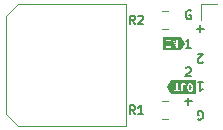
<source format=gbr>
%TF.GenerationSoftware,KiCad,Pcbnew,(6.0.0-0)*%
%TF.CreationDate,2022-09-07T11:01:35-07:00*%
%TF.ProjectId,Connector board,436f6e6e-6563-4746-9f72-20626f617264,rev?*%
%TF.SameCoordinates,Original*%
%TF.FileFunction,Legend,Top*%
%TF.FilePolarity,Positive*%
%FSLAX46Y46*%
G04 Gerber Fmt 4.6, Leading zero omitted, Abs format (unit mm)*
G04 Created by KiCad (PCBNEW (6.0.0-0)) date 2022-09-07 11:01:35*
%MOMM*%
%LPD*%
G01*
G04 APERTURE LIST*
%ADD10C,0.150000*%
%ADD11C,0.120000*%
G04 APERTURE END LIST*
D10*
X149603571Y-69397500D02*
X149675000Y-69433214D01*
X149782142Y-69433214D01*
X149889285Y-69397500D01*
X149960714Y-69326071D01*
X149996428Y-69254642D01*
X150032142Y-69111785D01*
X150032142Y-69004642D01*
X149996428Y-68861785D01*
X149960714Y-68790357D01*
X149889285Y-68718928D01*
X149782142Y-68683214D01*
X149710714Y-68683214D01*
X149603571Y-68718928D01*
X149567857Y-68754642D01*
X149567857Y-69004642D01*
X149710714Y-69004642D01*
X149585714Y-66268214D02*
X150014285Y-66268214D01*
X149800000Y-66268214D02*
X149800000Y-67018214D01*
X149871428Y-66911071D01*
X149942857Y-66839642D01*
X150014285Y-66803928D01*
X150014285Y-64531785D02*
X149978571Y-64567500D01*
X149907142Y-64603214D01*
X149728571Y-64603214D01*
X149657142Y-64567500D01*
X149621428Y-64531785D01*
X149585714Y-64460357D01*
X149585714Y-64388928D01*
X149621428Y-64281785D01*
X150050000Y-63853214D01*
X149585714Y-63853214D01*
X150085714Y-61723928D02*
X149514285Y-61723928D01*
X149800000Y-61438214D02*
X149800000Y-62009642D01*
X148996428Y-60202500D02*
X148925000Y-60166785D01*
X148817857Y-60166785D01*
X148710714Y-60202500D01*
X148639285Y-60273928D01*
X148603571Y-60345357D01*
X148567857Y-60488214D01*
X148567857Y-60595357D01*
X148603571Y-60738214D01*
X148639285Y-60809642D01*
X148710714Y-60881071D01*
X148817857Y-60916785D01*
X148889285Y-60916785D01*
X148996428Y-60881071D01*
X149032142Y-60845357D01*
X149032142Y-60595357D01*
X148889285Y-60595357D01*
X149014285Y-63331785D02*
X148585714Y-63331785D01*
X148800000Y-63331785D02*
X148800000Y-62581785D01*
X148728571Y-62688928D01*
X148657142Y-62760357D01*
X148585714Y-62796071D01*
X148585714Y-65068214D02*
X148621428Y-65032500D01*
X148692857Y-64996785D01*
X148871428Y-64996785D01*
X148942857Y-65032500D01*
X148978571Y-65068214D01*
X149014285Y-65139642D01*
X149014285Y-65211071D01*
X148978571Y-65318214D01*
X148550000Y-65746785D01*
X149014285Y-65746785D01*
X148514285Y-67876071D02*
X149085714Y-67876071D01*
X148800000Y-68161785D02*
X148800000Y-67590357D01*
%TO.C,R2*%
X144283333Y-61316666D02*
X144050000Y-60983333D01*
X143883333Y-61316666D02*
X143883333Y-60616666D01*
X144150000Y-60616666D01*
X144216666Y-60650000D01*
X144250000Y-60683333D01*
X144283333Y-60750000D01*
X144283333Y-60850000D01*
X144250000Y-60916666D01*
X144216666Y-60950000D01*
X144150000Y-60983333D01*
X143883333Y-60983333D01*
X144550000Y-60683333D02*
X144583333Y-60650000D01*
X144650000Y-60616666D01*
X144816666Y-60616666D01*
X144883333Y-60650000D01*
X144916666Y-60683333D01*
X144950000Y-60750000D01*
X144950000Y-60816666D01*
X144916666Y-60916666D01*
X144516666Y-61316666D01*
X144950000Y-61316666D01*
%TO.C,R1*%
X144283333Y-68916666D02*
X144050000Y-68583333D01*
X143883333Y-68916666D02*
X143883333Y-68216666D01*
X144150000Y-68216666D01*
X144216666Y-68250000D01*
X144250000Y-68283333D01*
X144283333Y-68350000D01*
X144283333Y-68450000D01*
X144250000Y-68516666D01*
X144216666Y-68550000D01*
X144150000Y-68583333D01*
X143883333Y-68583333D01*
X144950000Y-68916666D02*
X144550000Y-68916666D01*
X144750000Y-68916666D02*
X144750000Y-68216666D01*
X144683333Y-68316666D01*
X144616666Y-68383333D01*
X144550000Y-68416666D01*
%TO.C,kibuzzard-6318DBA2*%
G36*
X149432870Y-67290444D02*
G01*
X147360759Y-67290444D01*
X147196047Y-67043376D01*
X147592270Y-67043376D01*
X148092332Y-67043376D01*
X148163452Y-67043376D01*
X148300136Y-67043376D01*
X148300136Y-66614434D01*
X148304581Y-66541647D01*
X148320138Y-66493863D01*
X148350142Y-66467749D01*
X148397926Y-66459970D01*
X148445710Y-66467749D01*
X148475158Y-66493308D01*
X148490160Y-66540536D01*
X148494605Y-66613323D01*
X148494605Y-67043376D01*
X148632400Y-67043376D01*
X148632400Y-66700000D01*
X148705742Y-66700000D01*
X148709701Y-66783448D01*
X148721578Y-66855992D01*
X148741372Y-66917631D01*
X148769083Y-66968367D01*
X148817732Y-67018682D01*
X148879221Y-67048871D01*
X148953551Y-67058934D01*
X149025659Y-67048871D01*
X149086407Y-67018682D01*
X149135796Y-66968367D01*
X149164480Y-66917631D01*
X149184969Y-66855992D01*
X149197262Y-66783448D01*
X149201360Y-66700000D01*
X149197366Y-66616552D01*
X149185386Y-66544008D01*
X149165418Y-66482369D01*
X149137463Y-66431633D01*
X149088506Y-66381318D01*
X149026832Y-66351129D01*
X148952440Y-66341066D01*
X148879838Y-66351129D01*
X148819090Y-66381318D01*
X148770195Y-66431633D01*
X148741997Y-66482369D01*
X148721855Y-66544008D01*
X148709771Y-66616552D01*
X148705742Y-66700000D01*
X148632400Y-66700000D01*
X148632400Y-66604433D01*
X148629622Y-66547203D01*
X148621287Y-66495530D01*
X148606285Y-66450247D01*
X148583505Y-66412186D01*
X148511829Y-66359402D01*
X148461406Y-66345650D01*
X148400148Y-66341066D01*
X148337918Y-66345650D01*
X148286801Y-66359402D01*
X148245685Y-66381766D01*
X148213458Y-66412186D01*
X148189844Y-66450247D01*
X148174565Y-66495530D01*
X148166230Y-66547203D01*
X148163452Y-66604433D01*
X148163452Y-67043376D01*
X148092332Y-67043376D01*
X148092332Y-66930029D01*
X147911198Y-66930029D01*
X147911198Y-66355513D01*
X147773403Y-66355513D01*
X147773403Y-66930029D01*
X147592270Y-66930029D01*
X147592270Y-67043376D01*
X147196047Y-67043376D01*
X146967130Y-66700000D01*
X147360759Y-66109556D01*
X149432870Y-66109556D01*
X149432870Y-67290444D01*
G37*
G36*
X149010225Y-66478861D02*
G01*
X149043007Y-66529979D01*
X149058564Y-66606099D01*
X149061481Y-66651522D01*
X149062453Y-66700000D01*
X149061481Y-66748339D01*
X149058564Y-66793345D01*
X149043007Y-66869466D01*
X149010225Y-66921139D01*
X148953551Y-66940030D01*
X148896877Y-66921139D01*
X148864095Y-66870021D01*
X148848538Y-66793901D01*
X148845621Y-66748478D01*
X148844648Y-66700000D01*
X148845621Y-66651661D01*
X148848538Y-66606655D01*
X148864095Y-66530534D01*
X148897433Y-66478861D01*
X148953551Y-66459970D01*
X149010225Y-66478861D01*
G37*
%TO.C,kibuzzard-6318DB81*%
G36*
X146676613Y-62424558D02*
G01*
X148139759Y-62424558D01*
X148523387Y-63000000D01*
X148139759Y-63575442D01*
X146676613Y-63575442D01*
X146676613Y-63343932D01*
X146908123Y-63343932D01*
X147344845Y-63343932D01*
X147454858Y-63343932D01*
X147578207Y-63343932D01*
X147578207Y-62887208D01*
X147619509Y-62963452D01*
X147658958Y-63039573D01*
X147696555Y-63115570D01*
X147732300Y-63191567D01*
X147766194Y-63267688D01*
X147798235Y-63343932D01*
X147908248Y-63343932D01*
X147908248Y-62656068D01*
X147784900Y-62656068D01*
X147784900Y-63079454D01*
X147765314Y-63036116D01*
X147742117Y-62986109D01*
X147716002Y-62931936D01*
X147687665Y-62876096D01*
X147657800Y-62819283D01*
X147627102Y-62762193D01*
X147595987Y-62707047D01*
X147564872Y-62656068D01*
X147454858Y-62656068D01*
X147454858Y-63343932D01*
X147344845Y-63343932D01*
X147344845Y-63230584D01*
X147195937Y-63230584D01*
X147195937Y-62769416D01*
X147344845Y-62769416D01*
X147344845Y-62656068D01*
X146908123Y-62656068D01*
X146908123Y-62769416D01*
X147058142Y-62769416D01*
X147058142Y-63230584D01*
X146908123Y-63230584D01*
X146908123Y-63343932D01*
X146676613Y-63343932D01*
X146676613Y-62424558D01*
G37*
D11*
%TO.C,J2*%
X149870000Y-61000000D02*
X149870000Y-59670000D01*
X149870000Y-59670000D02*
X151200000Y-59670000D01*
%TO.C,J1*%
X143485000Y-59615000D02*
X143485000Y-69985000D01*
X134355000Y-59615000D02*
X143485000Y-59615000D01*
X133355000Y-60615000D02*
X134355000Y-59615000D01*
X133355000Y-68985000D02*
X133355000Y-60615000D01*
X134355000Y-69985000D02*
X133355000Y-68985000D01*
X143485000Y-69985000D02*
X134355000Y-69985000D01*
%TO.C,R2*%
X146572936Y-61735000D02*
X147027064Y-61735000D01*
X146572936Y-60265000D02*
X147027064Y-60265000D01*
%TO.C,R1*%
X146572936Y-67865000D02*
X147027064Y-67865000D01*
X146572936Y-69335000D02*
X147027064Y-69335000D01*
%TD*%
M02*

</source>
